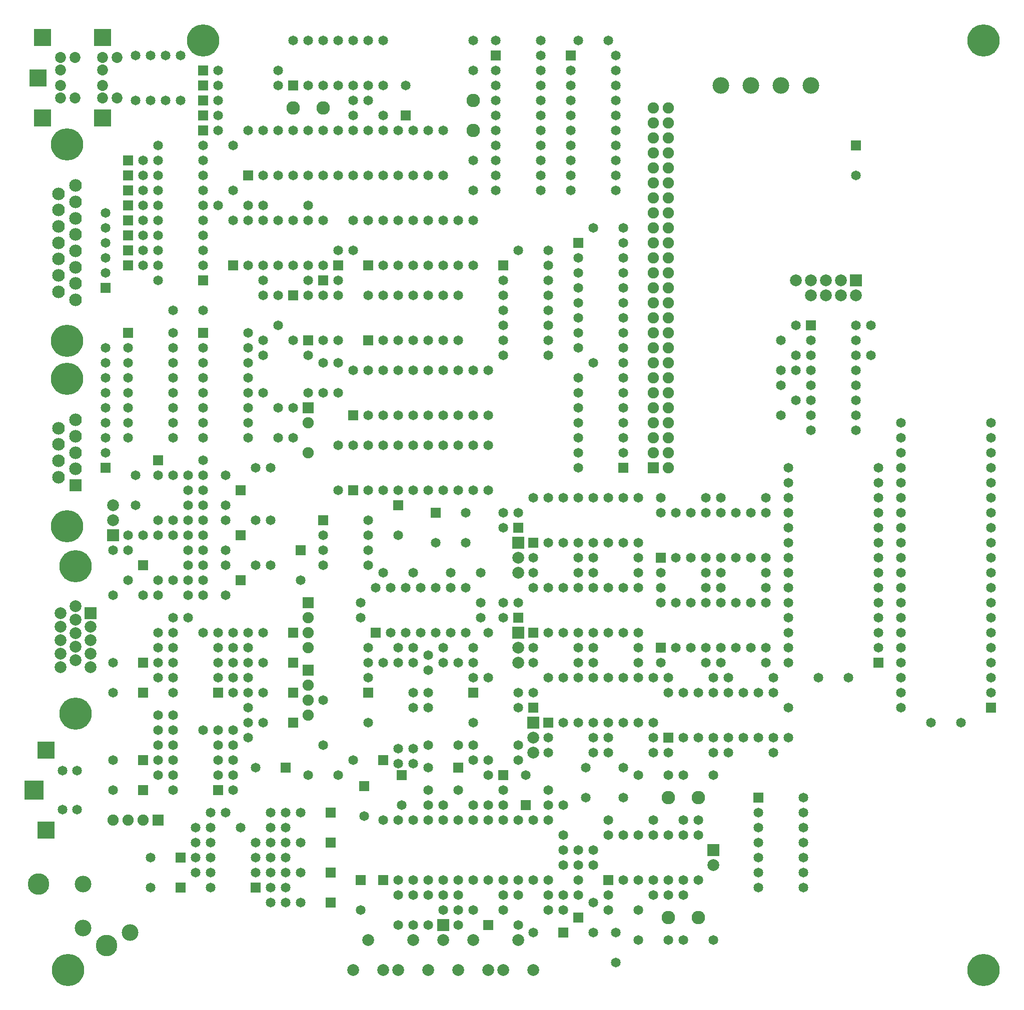
<source format=gbs>
G04*
G04  File:            TOPBOARD-V5.3.1.GBS, Thu Oct 23 17:12:30 2025*
G04  Source:          P-CAD 2006 PCB, Version 19.02.958, (D:\PCAD-2006\Projects\Pentagon-4096\Hardware\TopBoard-v5.3.1.PCB)*
G04  Format:          Gerber Format (RS-274-D), ASCII*
G04*
G04  Format Options:  Absolute Positioning*
G04                   Leading-Zero Suppression*
G04                   Scale Factor 1:1*
G04                   NO Circular Interpolation*
G04                   Inch Units*
G04                   Numeric Format: 4.4 (XXXX.XXXX)*
G04                   G54 NOT Used for Aperture Change*
G04                   Apertures Embedded*
G04*
G04  File Options:    Offset = (0.0mil,0.0mil)*
G04                   Drill Symbol Size = 80.0mil*
G04                   No Pad/Via Holes*
G04*
G04  File Contents:   Pads*
G04                   No Vias*
G04                   No Designators*
G04                   No Types*
G04                   No Values*
G04                   No Drill Symbols*
G04                   Bot Mask*
G04*
%INTOPBOARD-V5.3.1.GBS*%
%ICAS*%
%MOIN*%
G04*
G04  Aperture MACROs for general use --- invoked via D-code assignment *
G04*
G04  General MACRO for flashed round with rotation and/or offset hole *
%AMROTOFFROUND*
1,1,$1,0.0000,0.0000*
1,0,$2,$3,$4*%
G04*
G04  General MACRO for flashed oval (obround) with rotation and/or offset hole *
%AMROTOFFOVAL*
21,1,$1,$2,0.0000,0.0000,$3*
1,1,$4,$5,$6*
1,1,$4,0-$5,0-$6*
1,0,$7,$8,$9*%
G04*
G04  General MACRO for flashed oval (obround) with rotation and no hole *
%AMROTOVALNOHOLE*
21,1,$1,$2,0.0000,0.0000,$3*
1,1,$4,$5,$6*
1,1,$4,0-$5,0-$6*%
G04*
G04  General MACRO for flashed rectangle with rotation and/or offset hole *
%AMROTOFFRECT*
21,1,$1,$2,0.0000,0.0000,$3*
1,0,$4,$5,$6*%
G04*
G04  General MACRO for flashed rectangle with rotation and no hole *
%AMROTRECTNOHOLE*
21,1,$1,$2,0.0000,0.0000,$3*%
G04*
G04  General MACRO for flashed rounded-rectangle *
%AMROUNDRECT*
21,1,$1,$2-$4,0.0000,0.0000,$3*
21,1,$1-$4,$2,0.0000,0.0000,$3*
1,1,$4,$5,$6*
1,1,$4,$7,$8*
1,1,$4,0-$5,0-$6*
1,1,$4,0-$7,0-$8*
1,0,$9,$10,$11*%
G04*
G04  General MACRO for flashed rounded-rectangle with rotation and no hole *
%AMROUNDRECTNOHOLE*
21,1,$1,$2-$4,0.0000,0.0000,$3*
21,1,$1-$4,$2,0.0000,0.0000,$3*
1,1,$4,$5,$6*
1,1,$4,$7,$8*
1,1,$4,0-$5,0-$6*
1,1,$4,0-$7,0-$8*%
G04*
G04  General MACRO for flashed regular polygon *
%AMREGPOLY*
5,1,$1,0.0000,0.0000,$2,$3+$4*
1,0,$5,$6,$7*%
G04*
G04  General MACRO for flashed regular polygon with no hole *
%AMREGPOLYNOHOLE*
5,1,$1,0.0000,0.0000,$2,$3+$4*%
G04*
G04  General MACRO for target *
%AMTARGET*
6,0,0,$1,$2,$3,4,$4,$5,$6*%
G04*
G04  General MACRO for mounting hole *
%AMMTHOLE*
1,1,$1,0,0*
1,0,$2,0,0*
$1=$1-$2*
$1=$1/2*
21,1,$2+$1,$3,0,0,$4*
21,1,$3,$2+$1,0,0,$4*%
G04*
G04*
G04  D10 : "Ellipse X10.0mil Y10.0mil H0.0mil 0.0deg (0.0mil,0.0mil) Draw"*
G04  Disc: OuterDia=0.0100*
%ADD10C, 0.0100*%
G04  D11 : "Ellipse X15.0mil Y15.0mil H0.0mil 0.0deg (0.0mil,0.0mil) Draw"*
G04  Disc: OuterDia=0.0150*
%ADD11C, 0.0150*%
G04  D12 : "Ellipse X16.0mil Y16.0mil H0.0mil 0.0deg (0.0mil,0.0mil) Draw"*
G04  Disc: OuterDia=0.0160*
%ADD12C, 0.0160*%
G04  D13 : "Ellipse X20.0mil Y20.0mil H0.0mil 0.0deg (0.0mil,0.0mil) Draw"*
G04  Disc: OuterDia=0.0200*
%ADD13C, 0.0200*%
G04  D14 : "Ellipse X25.0mil Y25.0mil H0.0mil 0.0deg (0.0mil,0.0mil) Draw"*
G04  Disc: OuterDia=0.0250*
%ADD14C, 0.0250*%
G04  D15 : "Ellipse X30.0mil Y30.0mil H0.0mil 0.0deg (0.0mil,0.0mil) Draw"*
G04  Disc: OuterDia=0.0300*
%ADD15C, 0.0300*%
G04  D16 : "Ellipse X40.0mil Y40.0mil H0.0mil 0.0deg (0.0mil,0.0mil) Draw"*
G04  Disc: OuterDia=0.0400*
%ADD16C, 0.0400*%
G04  D17 : "Ellipse X5.0mil Y5.0mil H0.0mil 0.0deg (0.0mil,0.0mil) Draw"*
G04  Disc: OuterDia=0.0050*
%ADD17C, 0.0050*%
G04  D18 : "Ellipse X6.0mil Y6.0mil H0.0mil 0.0deg (0.0mil,0.0mil) Draw"*
G04  Disc: OuterDia=0.0060*
%ADD18C, 0.0060*%
G04  D19 : "Ellipse X8.0mil Y8.0mil H0.0mil 0.0deg (0.0mil,0.0mil) Draw"*
G04  Disc: OuterDia=0.0080*
%ADD19C, 0.0080*%
G04  D20 : "Ellipse X9.8mil Y9.8mil H0.0mil 0.0deg (0.0mil,0.0mil) Draw"*
G04  Disc: OuterDia=0.0098*
%ADD20C, 0.0098*%
G04  D21 : "Ellipse X9.8mil Y9.8mil H0.0mil 0.0deg (0.0mil,0.0mil) Draw"*
G04  Disc: OuterDia=0.0098*
%ADD21C, 0.0098*%
G04  D22 : "Ellipse X111.0mil Y111.0mil H0.0mil 0.0deg (0.0mil,0.0mil) Flash"*
G04  Disc: OuterDia=0.1110*
%ADD22C, 0.1110*%
G04  D23 : "Ellipse X128.0mil Y128.0mil H0.0mil 0.0deg (0.0mil,0.0mil) Flash"*
G04  Disc: OuterDia=0.1280*
%ADD23C, 0.1280*%
G04  D24 : "Ellipse X143.0mil Y143.0mil H0.0mil 0.0deg (0.0mil,0.0mil) Flash"*
G04  Disc: OuterDia=0.1430*
%ADD24C, 0.1430*%
G04  D25 : "Ellipse X200.0mil Y200.0mil H0.0mil 0.0deg (0.0mil,0.0mil) Flash"*
G04  Disc: OuterDia=0.2000*
%ADD25C, 0.2000*%
G04  D26 : "Ellipse X215.0mil Y215.0mil H0.0mil 0.0deg (0.0mil,0.0mil) Flash"*
G04  Disc: OuterDia=0.2150*
%ADD26C, 0.2150*%
G04  D27 : "Ellipse X50.0mil Y50.0mil H0.0mil 0.0deg (0.0mil,0.0mil) Flash"*
G04  Disc: OuterDia=0.0500*
%ADD27C, 0.0500*%
G04  D28 : "Ellipse X58.0mil Y58.0mil H0.0mil 0.0deg (0.0mil,0.0mil) Flash"*
G04  Disc: OuterDia=0.0580*
%ADD28C, 0.0580*%
G04  D29 : "Ellipse X60.0mil Y60.0mil H0.0mil 0.0deg (0.0mil,0.0mil) Flash"*
G04  Disc: OuterDia=0.0600*
%ADD29C, 0.0600*%
G04  D30 : "Ellipse X64.0mil Y64.0mil H0.0mil 0.0deg (0.0mil,0.0mil) Flash"*
G04  Disc: OuterDia=0.0640*
%ADD30C, 0.0640*%
G04  D31 : "Ellipse X65.0mil Y65.0mil H0.0mil 0.0deg (0.0mil,0.0mil) Flash"*
G04  Disc: OuterDia=0.0650*
%ADD31C, 0.0650*%
G04  D32 : "Ellipse X69.0mil Y69.0mil H0.0mil 0.0deg (0.0mil,0.0mil) Flash"*
G04  Disc: OuterDia=0.0690*
%ADD32C, 0.0690*%
G04  D33 : "Ellipse X73.0mil Y73.0mil H0.0mil 0.0deg (0.0mil,0.0mil) Flash"*
G04  Disc: OuterDia=0.0730*
%ADD33C, 0.0730*%
G04  D34 : "Ellipse X75.0mil Y75.0mil H0.0mil 0.0deg (0.0mil,0.0mil) Flash"*
G04  Disc: OuterDia=0.0750*
%ADD34C, 0.0750*%
G04  D35 : "Ellipse X79.0mil Y79.0mil H0.0mil 0.0deg (0.0mil,0.0mil) Flash"*
G04  Disc: OuterDia=0.0790*
%ADD35C, 0.0790*%
G04  D36 : "Ellipse X84.0mil Y84.0mil H0.0mil 0.0deg (0.0mil,0.0mil) Flash"*
G04  Disc: OuterDia=0.0840*
%ADD36C, 0.0840*%
G04  D37 : "Ellipse X90.0mil Y90.0mil H0.0mil 0.0deg (0.0mil,0.0mil) Flash"*
G04  Disc: OuterDia=0.0900*
%ADD37C, 0.0900*%
G04  D38 : "Ellipse X96.0mil Y96.0mil H0.0mil 0.0deg (0.0mil,0.0mil) Flash"*
G04  Disc: OuterDia=0.0960*
%ADD38C, 0.0960*%
G04  D39 : "Rectangle X114.0mil Y114.0mil H0.0mil 0.0deg (0.0mil,0.0mil) Flash"*
G04  Square: Side=0.1140, Rotation=0.0, OffsetX=0.0000, OffsetY=0.0000, HoleDia=0.0000*
%ADD39R, 0.1140 X0.1140*%
G04  D40 : "Rectangle X116.0mil Y116.0mil H0.0mil 0.0deg (0.0mil,0.0mil) Flash"*
G04  Square: Side=0.1160, Rotation=0.0, OffsetX=0.0000, OffsetY=0.0000, HoleDia=0.0000*
%ADD40R, 0.1160 X0.1160*%
G04  D41 : "Rectangle X131.0mil Y131.0mil H0.0mil 0.0deg (0.0mil,0.0mil) Flash"*
G04  Square: Side=0.1310, Rotation=0.0, OffsetX=0.0000, OffsetY=0.0000, HoleDia=0.0000*
%ADD41R, 0.1310 X0.1310*%
G04  D42 : "Rectangle X50.0mil Y50.0mil H0.0mil 0.0deg (0.0mil,0.0mil) Flash"*
G04  Square: Side=0.0500, Rotation=0.0, OffsetX=0.0000, OffsetY=0.0000, HoleDia=0.0000*
%ADD42R, 0.0500 X0.0500*%
G04  D43 : "Rectangle X60.0mil Y60.0mil H0.0mil 0.0deg (0.0mil,0.0mil) Flash"*
G04  Square: Side=0.0600, Rotation=0.0, OffsetX=0.0000, OffsetY=0.0000, HoleDia=0.0000*
%ADD43R, 0.0600 X0.0600*%
G04  D44 : "Rectangle X64.0mil Y64.0mil H0.0mil 0.0deg (0.0mil,0.0mil) Flash"*
G04  Square: Side=0.0640, Rotation=0.0, OffsetX=0.0000, OffsetY=0.0000, HoleDia=0.0000*
%ADD44R, 0.0640 X0.0640*%
G04  D45 : "Rectangle X65.0mil Y65.0mil H0.0mil 0.0deg (0.0mil,0.0mil) Flash"*
G04  Square: Side=0.0650, Rotation=0.0, OffsetX=0.0000, OffsetY=0.0000, HoleDia=0.0000*
%ADD45R, 0.0650 X0.0650*%
G04  D46 : "Rectangle X69.0mil Y69.0mil H0.0mil 0.0deg (0.0mil,0.0mil) Flash"*
G04  Square: Side=0.0690, Rotation=0.0, OffsetX=0.0000, OffsetY=0.0000, HoleDia=0.0000*
%ADD46R, 0.0690 X0.0690*%
G04  D47 : "Rectangle X75.0mil Y75.0mil H0.0mil 0.0deg (0.0mil,0.0mil) Flash"*
G04  Square: Side=0.0750, Rotation=0.0, OffsetX=0.0000, OffsetY=0.0000, HoleDia=0.0000*
%ADD47R, 0.0750 X0.0750*%
G04  D48 : "Rectangle X79.0mil Y79.0mil H0.0mil 0.0deg (0.0mil,0.0mil) Flash"*
G04  Square: Side=0.0790, Rotation=0.0, OffsetX=0.0000, OffsetY=0.0000, HoleDia=0.0000*
%ADD48R, 0.0790 X0.0790*%
G04  D49 : "Rectangle X84.0mil Y84.0mil H0.0mil 0.0deg (0.0mil,0.0mil) Flash"*
G04  Square: Side=0.0840, Rotation=0.0, OffsetX=0.0000, OffsetY=0.0000, HoleDia=0.0000*
%ADD49R, 0.0840 X0.0840*%
G04  D50 : "Rectangle X99.0mil Y99.0mil H0.0mil 0.0deg (0.0mil,0.0mil) Flash"*
G04  Square: Side=0.0990, Rotation=0.0, OffsetX=0.0000, OffsetY=0.0000, HoleDia=0.0000*
%ADD50R, 0.0990 X0.0990*%
G04  D51 : "Ellipse X30.0mil Y30.0mil H0.0mil 0.0deg (0.0mil,0.0mil) Flash"*
G04  Disc: OuterDia=0.0300*
%ADD51C, 0.0300*%
G04  D52 : "Ellipse X45.0mil Y45.0mil H0.0mil 0.0deg (0.0mil,0.0mil) Flash"*
G04  Disc: OuterDia=0.0450*
%ADD52C, 0.0450*%
G04*
%FSLAX44Y44*%
%SFA1B1*%
%OFA0.0000B0.0000*%
G04*
G70*
G90*
G01*
D2*
%LNBot Mask*%
D31*
X110000Y175000D3*
Y176000D3*
X108500Y188500D3*
Y186500D3*
X118000Y198500D3*
Y200500D3*
X129500Y182000D3*
X131500D3*
X131000Y209500D3*
Y207500D3*
X151500Y192500D3*
Y194500D3*
Y197500D3*
Y195500D3*
X110000Y171500D3*
Y170500D3*
Y177000D3*
Y178000D3*
X109000Y180500D3*
X110000D3*
Y188500D3*
Y185500D3*
X109500Y216500D3*
Y213500D3*
X108500Y216500D3*
Y213500D3*
X112500Y162000D3*
Y163000D3*
Y164000D3*
Y165000D3*
X111500Y216500D3*
Y213500D3*
X115000Y167500D3*
Y168500D3*
Y174000D3*
Y175000D3*
Y210500D3*
Y207500D3*
X119000Y193000D3*
Y191000D3*
X118000Y193000D3*
Y191000D3*
D45*
X119000Y200500D3*
D31*
Y197500D3*
X121000Y170500D3*
Y173500D3*
X122000Y187500D3*
Y190500D3*
Y200500D3*
Y197500D3*
X121000D3*
Y200500D3*
Y194000D3*
Y196000D3*
X122000Y194000D3*
Y196000D3*
X127000Y158500D3*
Y160500D3*
X128000Y158500D3*
Y160500D3*
X127000Y177000D3*
Y176000D3*
X130000Y158500D3*
Y159500D3*
X130500Y186000D3*
Y184000D3*
D37*
X131000Y211500D3*
Y213500D3*
D31*
X134000Y158500D3*
Y160500D3*
X133000Y167500D3*
Y166500D3*
Y179000D3*
Y180000D3*
X134000Y173000D3*
Y174000D3*
X137000Y164500D3*
Y166500D3*
X136000D3*
Y167500D3*
X137000Y163500D3*
Y162500D3*
X139000Y163500D3*
Y162500D3*
X142000Y178000D3*
Y181000D3*
X143000Y172000D3*
Y175000D3*
X142000Y184000D3*
Y187000D3*
X152000Y171000D3*
Y173000D3*
X157500Y196500D3*
Y198500D3*
X106500Y190000D3*
Y191000D3*
Y193000D3*
Y194000D3*
Y196000D3*
Y197000D3*
D45*
Y189000D3*
D31*
Y192000D3*
Y195000D3*
X107000Y180500D3*
Y183500D3*
X106500Y203000D3*
Y202000D3*
Y205000D3*
Y206000D3*
D45*
Y201000D3*
D31*
Y204000D3*
X110000Y168500D3*
Y169500D3*
Y181500D3*
Y184500D3*
X115000Y169500D3*
Y170500D3*
X131000Y166500D3*
Y169500D3*
Y215500D3*
Y217500D3*
D45*
X109000Y169500D3*
D31*
X107000D3*
X117500Y160000D3*
X118500D3*
X117500Y164000D3*
X118500D3*
X117500Y166000D3*
X118500D3*
X114500D3*
X113500D3*
X111000Y171500D3*
X113000D3*
X116000Y176000D3*
Y175000D3*
X114000Y178000D3*
X115000D3*
X113000D3*
X111000D3*
X112000Y181500D3*
X113000D3*
X112000Y184500D3*
X113000D3*
X112000Y187500D3*
X113000D3*
X120000Y194000D3*
X117000D3*
Y196500D3*
X120000D3*
X111000Y199500D3*
X113000D3*
X117000Y201500D3*
X120000D3*
D45*
X113000Y211500D3*
D31*
X114000D3*
X118000Y215500D3*
Y214500D3*
D45*
X113000D3*
D31*
X114000D3*
D26*
X113000Y217500D3*
D31*
X133000Y160500D3*
X130000D3*
D45*
X123500Y161500D3*
D31*
Y159500D3*
D45*
X125000Y169500D3*
D31*
X123000D3*
X125000Y176000D3*
X126000D3*
X124000Y175000D3*
Y176000D3*
X130000D3*
X129000D3*
X127000Y182000D3*
X125000D3*
X142000Y157500D3*
X144000D3*
X140000Y159500D3*
X142000D3*
X143000Y160500D3*
X140000D3*
X136000D3*
X137000D3*
X143000Y165500D3*
X140000D3*
X142000Y168500D3*
X144000D3*
X143000Y170000D3*
X140000D3*
X139000D3*
X136000D3*
X142000Y176000D3*
X139000D3*
X138000D3*
X135000D3*
X142000Y182000D3*
X139000D3*
X138000D3*
X135000D3*
X141000Y196000D3*
X139000D3*
Y205000D3*
X141000D3*
X138000Y217500D3*
X140000D3*
X148000Y170000D3*
X151000D3*
X148000Y175000D3*
X151000D3*
X147500Y176000D3*
X150500D3*
X156000Y175000D3*
X154000D3*
X147500Y182000D3*
X150500D3*
X147500Y181000D3*
X150500D3*
X147500Y187000D3*
X150500D3*
X163500Y172000D3*
X161500D3*
D26*
X165000Y217500D3*
X104000Y155500D3*
D45*
X109000Y167500D3*
D31*
X107000D3*
D45*
X109000Y174000D3*
D31*
X107000D3*
D45*
X109000Y176000D3*
D31*
X107000D3*
D35*
Y186500D3*
D48*
Y184500D3*
D35*
Y185500D3*
D31*
X117500Y162000D3*
X118500D3*
X117500Y165000D3*
X118500D3*
X115500D3*
X113500D3*
X116500Y163000D3*
Y164000D3*
D45*
Y161000D3*
D31*
X113500Y163000D3*
Y164000D3*
Y161000D3*
X116500Y162000D3*
X113500D3*
X116000Y178000D3*
Y177000D3*
Y174000D3*
Y173000D3*
Y172000D3*
Y171000D3*
X114000Y171500D3*
X115000D3*
Y176000D3*
Y177000D3*
X112000Y179000D3*
X111000D3*
X113000Y180500D3*
X112000D3*
D45*
X119000Y178000D3*
D31*
X117000D3*
D45*
X119000Y176000D3*
D31*
X117000D3*
D45*
X119000Y174000D3*
D31*
X117000D3*
D45*
X119000Y172000D3*
D31*
X117000D3*
X114000Y176000D3*
Y177000D3*
D45*
Y174000D3*
D31*
X111000Y176000D3*
Y177000D3*
Y174000D3*
X114000Y175000D3*
X111000D3*
X114500Y185500D3*
Y183500D3*
D45*
X115500Y184500D3*
D31*
X114500Y188500D3*
Y186500D3*
D45*
X115500Y187500D3*
D31*
X113000Y183500D3*
X112000D3*
Y185500D3*
X113000D3*
Y186500D3*
X112000D3*
Y188500D3*
X113000D3*
X111000D3*
Y185500D3*
X116500Y182500D3*
X117500D3*
X116500Y185500D3*
X117500D3*
X116500Y189000D3*
X117500D3*
D45*
X110000Y189500D3*
D31*
X113000D3*
X117000Y197500D3*
Y200500D3*
D45*
X120000Y197500D3*
D31*
Y200500D3*
X110500Y216500D3*
Y213500D3*
X120000Y206500D3*
X117000D3*
X116000D3*
X114000D3*
D45*
X113000Y212500D3*
D31*
X114000D3*
D45*
X113000Y213500D3*
D31*
X114000D3*
D45*
X113000Y215500D3*
D31*
X114000D3*
D45*
X132000Y158500D3*
D31*
X133000Y159500D3*
X131000D3*
X126000Y158500D3*
Y160500D3*
X128000Y167500D3*
X130000D3*
X132000Y168500D3*
Y166500D3*
D45*
X126250Y168500D3*
D31*
Y166500D3*
D45*
X123750Y167750D3*
D31*
Y165750D3*
X129000Y159500D3*
Y160500D3*
X128000Y166500D3*
X129000D3*
X128000Y174000D3*
Y173000D3*
Y175500D3*
Y176500D3*
X127000Y174000D3*
Y173000D3*
X126000Y177000D3*
X124000D3*
D45*
Y174000D3*
D31*
Y172000D3*
X129000Y177000D3*
X131000D3*
D45*
Y174000D3*
D31*
Y172000D3*
X128000Y170500D3*
X130000D3*
X123500Y179000D3*
Y180000D3*
X126000Y170250D3*
X127000D3*
X132000Y175000D3*
Y178000D3*
X131000Y175000D3*
Y176000D3*
X128500Y178000D3*
X129500D3*
X126500D3*
X125500D3*
X129500Y181000D3*
X128500D3*
X125500D3*
X126500D3*
X127500Y178000D3*
X130500D3*
D45*
X124500D3*
D31*
X130500Y181000D3*
X127500D3*
X124500D3*
D45*
X126000Y186500D3*
D31*
Y184500D3*
D45*
X128500Y186000D3*
D31*
Y184000D3*
X131000Y187500D3*
X132000D3*
X128000D3*
X129000D3*
X125000D3*
X126000D3*
D45*
X123000D3*
D31*
X131000Y190500D3*
X132000D3*
X128000D3*
X129000D3*
X125000D3*
X126000D3*
X123000D3*
X130000Y187500D3*
X127000D3*
X124000D3*
X130000Y190500D3*
X127000D3*
X124000D3*
X128000Y197500D3*
X129000D3*
X126000D3*
X125000D3*
X129000Y200500D3*
X128000D3*
X125000D3*
X126000D3*
X127000Y197500D3*
X130000D3*
D45*
X124000D3*
D31*
X130000Y200500D3*
X127000D3*
X124000D3*
X123000Y213500D3*
X124000D3*
X125000Y212500D3*
X123000D3*
D45*
X126500D3*
D31*
Y214500D3*
D45*
X138000Y159000D3*
D31*
X139000Y158000D3*
Y160000D3*
X141000Y169000D3*
Y167000D3*
X136000Y159500D3*
X137000D3*
X138000Y160500D3*
Y161500D3*
Y162500D3*
Y163500D3*
X143000Y171000D3*
X140000D3*
X139000D3*
X136000D3*
X142000Y177000D3*
X139000D3*
X138000D3*
X135000D3*
D45*
Y173000D3*
D31*
Y174000D3*
X139000Y178000D3*
X140000D3*
X137000D3*
X136000D3*
X140000Y181000D3*
X139000D3*
X136000D3*
X137000D3*
X138000Y178000D3*
X141000D3*
D45*
X135000D3*
D31*
X141000Y181000D3*
X138000D3*
X135000D3*
X140000Y172000D3*
X141000D3*
X138000D3*
X137000D3*
X141000Y175000D3*
X140000D3*
X137000D3*
X138000D3*
X139000Y172000D3*
X142000D3*
D45*
X136000D3*
D31*
X142000Y175000D3*
X139000D3*
X136000D3*
X142000Y183000D3*
X139000D3*
X138000D3*
X135000D3*
X139000Y184000D3*
X140000D3*
X137000D3*
X136000D3*
X140000Y187000D3*
X139000D3*
X136000D3*
X137000D3*
X138000Y184000D3*
X141000D3*
D45*
X135000D3*
D31*
X141000Y187000D3*
X138000D3*
X135000D3*
X134000Y203500D3*
X136000D3*
X138000Y197000D3*
Y200000D3*
Y199000D3*
Y202000D3*
Y203000D3*
X141000Y197000D3*
Y199000D3*
Y200000D3*
Y203000D3*
Y202000D3*
X138000Y201000D3*
Y198000D3*
D45*
Y204000D3*
D31*
X141000Y198000D3*
Y201000D3*
Y204000D3*
X137500Y208500D3*
Y207500D3*
Y211500D3*
Y210500D3*
Y214500D3*
Y213500D3*
D45*
Y216500D3*
D31*
X140500Y208500D3*
Y207500D3*
Y211500D3*
Y210500D3*
Y214500D3*
Y213500D3*
Y216500D3*
X137500Y209500D3*
Y212500D3*
Y215500D3*
X140500Y209500D3*
Y212500D3*
Y215500D3*
X150000Y163000D3*
Y162000D3*
Y165000D3*
Y166000D3*
X153000Y162000D3*
Y163000D3*
Y166000D3*
Y165000D3*
X150000Y164000D3*
Y161000D3*
D45*
Y167000D3*
D31*
X153000Y161000D3*
Y164000D3*
Y167000D3*
D35*
X147000Y162500D3*
D48*
Y163500D3*
D31*
X152500Y196500D3*
Y198500D3*
D26*
X165000Y155500D3*
D36*
X103381Y190544D3*
Y191634D3*
Y188364D3*
Y189454D3*
X104501Y191089D3*
Y192179D3*
Y188909D3*
D49*
Y187819D3*
D36*
Y189999D3*
D26*
X103944Y194912D3*
Y185075D3*
D31*
X103637Y166200D3*
X104587D3*
D41*
X101750Y167500D3*
D31*
X103637Y168800D3*
X104587D3*
D39*
X102537Y170162D3*
Y164837D3*
D35*
X104500Y178850D3*
Y179750D3*
X103500Y179300D3*
Y178400D3*
X104500Y177950D3*
Y176150D3*
Y177050D3*
X103500Y176600D3*
Y175700D3*
D48*
X105500Y179300D3*
D35*
Y178400D3*
Y176600D3*
Y175700D3*
X103500Y177500D3*
D26*
X104500Y182412D3*
D35*
X105500Y177499D3*
D26*
X104500Y172575D3*
D33*
X107279Y216338D3*
X104484D3*
X107279Y213661D3*
X104484D3*
X103500Y216338D3*
Y215511D3*
X106295Y216338D3*
Y215511D3*
X103500Y214488D3*
Y213661D3*
X106295Y214488D3*
Y213661D3*
D39*
X102003Y215000D3*
X102318Y217677D3*
Y212322D3*
X106295Y217677D3*
Y212322D3*
D31*
X114500Y182500D3*
Y180500D3*
D45*
X115500Y181500D3*
D31*
X112000Y182500D3*
X113000D3*
X111000Y184500D3*
Y181500D3*
D45*
X119500Y183500D3*
D31*
Y181500D3*
D45*
X118500Y169000D3*
D31*
X116500D3*
D34*
X120000Y192000D3*
D47*
Y193000D3*
D34*
Y190000D3*
D31*
X113000Y191000D3*
Y194000D3*
Y193000D3*
Y196000D3*
Y197000D3*
X116000Y191000D3*
Y193000D3*
Y194000D3*
Y197000D3*
Y196000D3*
X113000Y195000D3*
Y192000D3*
D45*
Y198000D3*
D31*
X116000Y192000D3*
Y195000D3*
Y198000D3*
X114000Y169500D3*
Y170500D3*
D45*
Y167500D3*
D31*
X111000Y169500D3*
Y170500D3*
Y167500D3*
X114000Y168500D3*
X111000D3*
X113000Y209500D3*
Y210500D3*
Y206500D3*
Y207500D3*
Y203500D3*
Y204500D3*
D45*
Y201500D3*
D31*
X110000Y209500D3*
Y210500D3*
Y206500D3*
Y207500D3*
Y203500D3*
Y204500D3*
Y201500D3*
X113000Y208500D3*
Y205500D3*
Y202500D3*
X110000Y208500D3*
Y205500D3*
Y202500D3*
D35*
X130000Y155500D3*
X132000D3*
X131000Y157500D3*
D31*
X126000Y169250D3*
X127000D3*
D35*
X126000Y155500D3*
X128000D3*
X127000Y157500D3*
X123000Y155500D3*
X125000D3*
X124000Y157500D3*
D31*
X131500Y179000D3*
Y180000D3*
D45*
X130000Y169000D3*
D31*
X128000D3*
X131000Y192500D3*
X132000D3*
X128000D3*
X129000D3*
X125000D3*
X126000D3*
D45*
X123000D3*
D31*
X131000Y195500D3*
X132000D3*
X128000D3*
X129000D3*
X125000D3*
X126000D3*
X123000D3*
X130000Y192500D3*
X127000D3*
X124000D3*
X130000Y195500D3*
X127000D3*
X124000D3*
D35*
X129000Y157500D3*
D48*
Y158500D3*
D31*
X123000Y203500D3*
Y205500D3*
X131000Y202500D3*
X128000D3*
X129000D3*
X126000D3*
X125000D3*
X131000Y205500D3*
X129000D3*
X128000D3*
X125000D3*
X126000D3*
X127000Y202500D3*
X130000D3*
D45*
X124000D3*
D31*
X130000Y205500D3*
X127000D3*
X124000D3*
X138500Y169000D3*
Y167000D3*
X140500Y158000D3*
Y156000D3*
D45*
X137000Y158000D3*
D31*
X135000D3*
X141000Y193000D3*
Y194000D3*
Y191000D3*
Y190000D3*
X138000Y194000D3*
Y193000D3*
Y190000D3*
Y191000D3*
X141000Y192000D3*
Y195000D3*
D45*
Y189000D3*
D31*
X138000Y195000D3*
Y192000D3*
Y189000D3*
X152500Y193500D3*
Y195500D3*
X153500Y191500D3*
Y194500D3*
Y193500D3*
Y196500D3*
Y197500D3*
X156500Y191500D3*
Y193500D3*
Y194500D3*
Y197500D3*
Y196500D3*
X153500Y195500D3*
Y192500D3*
D45*
Y198500D3*
D31*
X156500Y192500D3*
Y195500D3*
Y198500D3*
X165500Y192000D3*
Y189000D3*
Y190000D3*
Y186000D3*
Y187000D3*
Y183000D3*
Y184000D3*
Y180000D3*
Y181000D3*
Y177000D3*
Y178000D3*
Y175000D3*
Y174000D3*
X159500Y192000D3*
Y190000D3*
Y189000D3*
Y187000D3*
Y186000D3*
Y184000D3*
Y183000D3*
Y181000D3*
Y180000D3*
Y177000D3*
Y178000D3*
Y175000D3*
Y174000D3*
X165500Y182000D3*
Y185000D3*
Y188000D3*
Y191000D3*
Y176000D3*
Y179000D3*
D45*
Y173000D3*
D31*
X159500Y191000D3*
Y188000D3*
Y185000D3*
Y182000D3*
Y179000D3*
Y176000D3*
Y173000D3*
D36*
X103379Y205089D3*
Y206179D3*
Y202910D3*
Y201820D3*
X104499Y207814D3*
Y204544D3*
Y205634D3*
X104499Y202365D3*
X104499Y203454D3*
X104499Y200185D3*
X103379Y203999D3*
Y207269D3*
Y200730D3*
X104499Y206724D3*
D26*
X103943Y210547D3*
D36*
X104499Y201275D3*
D26*
X103943Y197440D3*
D31*
X147000Y157500D3*
X145000D3*
X117500Y161000D3*
X118500D3*
X145000Y160500D3*
X144000D3*
X117500Y163000D3*
X118500D3*
D37*
X144000Y167000D3*
X146000D3*
D45*
X133000Y168500D3*
D31*
X134000Y169500D3*
X132000D3*
X147000Y168500D3*
X145000D3*
X144000Y170000D3*
X147000D3*
X111000Y172500D3*
X110000D3*
X144000Y175000D3*
X147000D3*
X143500Y176000D3*
X146500D3*
X143500Y182000D3*
X146500D3*
X143500Y181000D3*
X146500D3*
X108000Y184500D3*
X109000D3*
X143500Y187000D3*
X146500D3*
D45*
X108000Y202500D3*
D31*
X109000D3*
D45*
X108000Y205500D3*
D31*
X109000D3*
D45*
X108000Y208500D3*
D31*
X109000D3*
X132500Y217500D3*
X135500D3*
D37*
X144000Y159000D3*
X146000D3*
D45*
X121500Y166000D3*
D31*
X119500D3*
D45*
X121500Y160000D3*
D31*
X119500D3*
D45*
X121500Y162000D3*
D31*
X119500D3*
D45*
X121500Y164000D3*
D31*
X119500D3*
D45*
X111500Y161000D3*
D31*
X109500D3*
D45*
X111500Y163000D3*
D31*
X109500D3*
D45*
X134500Y166500D3*
D31*
Y168500D3*
D47*
X110000Y165500D3*
D34*
X109000D3*
X107000D3*
X108000D3*
D31*
X146000D3*
X145000D3*
X144000Y161500D3*
X145000D3*
X142000D3*
X141000D3*
X145000Y164500D3*
X144000D3*
X142000D3*
X141000D3*
X143000Y161500D3*
X146000D3*
D45*
X140000D3*
D31*
X146000Y164500D3*
X143000D3*
X140000D3*
X135000Y161500D3*
X134000D3*
X132000D3*
X131000D3*
X129000D3*
X128000D3*
X126000D3*
D45*
X125000D3*
D31*
X135000Y165500D3*
X134000D3*
X132000D3*
X131000D3*
X129000D3*
X128000D3*
X126000D3*
X125000D3*
X136000Y161500D3*
X133000D3*
X130000D3*
X127000D3*
X136000Y165500D3*
X133000D3*
X130000D3*
X127000D3*
D47*
X120000Y180000D3*
D34*
Y179000D3*
Y177000D3*
Y178000D3*
D47*
Y175500D3*
D34*
Y174500D3*
Y172500D3*
Y173500D3*
D31*
X134000Y170500D3*
X131000D3*
D45*
X134000Y179000D3*
D31*
Y180000D3*
D35*
Y176000D3*
D48*
Y178000D3*
D35*
Y177000D3*
D31*
X150500D3*
X148500D3*
X147500D3*
X145500D3*
X144500D3*
X150500Y180000D3*
X148500D3*
X147500D3*
X144500D3*
X145500D3*
X149500Y177000D3*
X146500D3*
D45*
X143500D3*
D31*
X149500Y180000D3*
X143500D3*
X146500D3*
X133000Y185000D3*
Y186000D3*
D45*
X134000Y185000D3*
D31*
Y186000D3*
X150500Y183000D3*
X148500D3*
X147500D3*
X145500D3*
X144500D3*
X150500Y186000D3*
X148500D3*
X147500D3*
X144500D3*
X145500D3*
X149500Y183000D3*
X146500D3*
D45*
X143500D3*
D31*
X149500Y186000D3*
X143500D3*
X146500D3*
X121000Y183500D3*
Y182500D3*
D45*
Y185500D3*
D31*
X124000Y183500D3*
Y182500D3*
Y185500D3*
X121000Y184500D3*
X124000D3*
D45*
X108000Y203500D3*
D31*
X109000D3*
D45*
X108000Y204500D3*
D31*
X109000D3*
D45*
X121000Y201500D3*
D31*
X122000D3*
X133000Y198500D3*
Y197500D3*
Y200500D3*
Y201500D3*
X136000Y197500D3*
Y198500D3*
Y201500D3*
Y200500D3*
X133000Y199500D3*
Y196500D3*
D45*
Y202500D3*
D31*
X136000Y196500D3*
Y199500D3*
Y202500D3*
D37*
X119000Y213000D3*
X121000D3*
D45*
X108000Y207500D3*
D31*
X109000D3*
D45*
X108000Y209500D3*
D31*
X109000D3*
D45*
X108000Y206500D3*
D31*
X109000D3*
X129000Y208500D3*
Y211500D3*
X127000Y208500D3*
X126000D3*
X127000Y211500D3*
X126000D3*
X124000Y208500D3*
X123000D3*
X124000Y211500D3*
X123000D3*
X121000Y208500D3*
X120000D3*
Y211500D3*
X121000D3*
X118000Y208500D3*
X117000D3*
X118000Y211500D3*
X117000D3*
X128000Y208500D3*
X125000D3*
X122000D3*
X128000Y211500D3*
X125000D3*
X122000D3*
X119000Y208500D3*
D45*
X116000D3*
D31*
X119000Y211500D3*
X116000D3*
X132500Y208500D3*
Y207500D3*
Y211500D3*
Y210500D3*
Y214500D3*
Y213500D3*
D45*
Y216500D3*
D31*
X135500Y208500D3*
Y207500D3*
Y211500D3*
Y210500D3*
Y214500D3*
Y213500D3*
Y216500D3*
X132500Y209500D3*
Y212500D3*
Y215500D3*
X135500Y209500D3*
Y212500D3*
Y215500D3*
D35*
X155500Y201500D3*
X156500Y200500D3*
X155500D3*
D48*
X156500Y201500D3*
D35*
X153500D3*
X152500D3*
X153500Y200500D3*
X154500Y201500D3*
Y200500D3*
D45*
X156500Y210500D3*
D31*
Y208500D3*
X108000Y183500D3*
Y181500D3*
D45*
X109000Y182500D3*
D31*
X122000Y168500D3*
X120000D3*
D35*
X133000Y155500D3*
X135000D3*
X134000Y157500D3*
Y182000D3*
D48*
Y184000D3*
D35*
Y183000D3*
X135000Y170000D3*
D48*
Y172000D3*
D35*
Y171000D3*
D31*
X108000Y191000D3*
Y194000D3*
Y193000D3*
Y196000D3*
Y197000D3*
X111000Y191000D3*
Y193000D3*
Y194000D3*
Y197000D3*
Y196000D3*
X108000Y195000D3*
Y192000D3*
D45*
Y198000D3*
D31*
X111000Y192000D3*
Y195000D3*
Y198000D3*
D45*
X122000Y202500D3*
D31*
Y203500D3*
X123000Y214500D3*
X124000D3*
X121000D3*
X120000D3*
X124000Y217500D3*
X123000D3*
X120000D3*
X121000D3*
X122000Y214500D3*
X125000D3*
D45*
X119000D3*
D31*
X125000Y217500D3*
X122000D3*
X119000D3*
Y202500D3*
X120000D3*
X117000D3*
X116000D3*
X120000Y205500D3*
X119000D3*
X116000D3*
X117000D3*
X118000Y202500D3*
X121000D3*
D45*
X115000D3*
D31*
X121000Y205500D3*
X118000D3*
X115000D3*
X158000Y189000D3*
Y187000D3*
Y186000D3*
Y184000D3*
Y183000D3*
Y181000D3*
Y180000D3*
Y178000D3*
Y177000D3*
X152000Y189000D3*
Y187000D3*
Y186000D3*
Y184000D3*
Y183000D3*
Y180000D3*
Y181000D3*
Y178000D3*
Y177000D3*
X158000Y188000D3*
Y185000D3*
Y182000D3*
Y179000D3*
D45*
Y176000D3*
D31*
X152000Y188000D3*
Y185000D3*
Y182000D3*
Y179000D3*
Y176000D3*
D34*
X144000Y212000D3*
Y213000D3*
Y209000D3*
Y210000D3*
Y206000D3*
Y207000D3*
Y203000D3*
Y204000D3*
Y200000D3*
Y201000D3*
Y197000D3*
Y198000D3*
Y194000D3*
Y195000D3*
Y191000D3*
Y192000D3*
Y189000D3*
Y211000D3*
Y208000D3*
Y205000D3*
Y202000D3*
Y199000D3*
Y196000D3*
Y193000D3*
Y190000D3*
X143000Y212000D3*
Y213000D3*
Y209000D3*
Y210000D3*
Y206000D3*
Y207000D3*
Y203000D3*
Y204000D3*
Y200000D3*
Y201000D3*
Y197000D3*
Y198000D3*
Y194000D3*
Y195000D3*
Y191000D3*
Y192000D3*
D47*
Y189000D3*
D34*
Y211000D3*
Y208000D3*
Y205000D3*
Y202000D3*
Y199000D3*
Y196000D3*
Y193000D3*
Y190000D3*
D31*
X151000Y171000D3*
X149000D3*
X148000D3*
X146000D3*
X145000D3*
X151000Y174000D3*
X149000D3*
X148000D3*
X145000D3*
X146000D3*
X150000Y171000D3*
X147000D3*
D45*
X144000D3*
D31*
X150000Y174000D3*
X144000D3*
X147000D3*
D22*
X105000Y161226D3*
D24*
X102047D3*
D22*
X108149Y157978D3*
X105000Y158273D3*
D24*
X106574Y157112D3*
D22*
X149500Y214500D3*
X151500D3*
X147500D3*
X153500D3*
D02M02*

</source>
